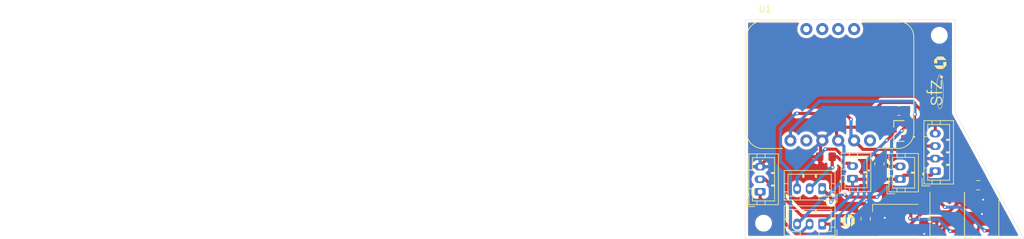
<source format=kicad_pcb>
(kicad_pcb (version 20240108) (generator "pcbnew") (generator_version "8.0")
  (layers (0 "F.Cu" signal) (31 "B.Cu" signal) (34 "B.Paste" user) (35 "F.Paste" user) (36 "B.SilkS" user "B.Silkscreen") (37 "F.SilkS" user "F.Silkscreen") (38 "B.Mask" user) (39 "F.Mask" user) (44 "Edge.Cuts" user))
  (net 0 "")
  (net 1 "+3.3V")
  (net 2 "GND")
  (net 3 "/SCL")
  (net 4 "/SDA")
  (net 5 "+5V")
  (net 6 "/SignalLEDin")
  (net 7 "Net-(D1-DOUT)")
  (net 8 "Net-(D2-DOUT)")
  (net 9 "/Mosfet1")
  (net 10 "/SignalLEDout")
  (net 11 "Net-(Knopf1-Pin_2)")
  (net 12 "Net-(Knopf2-Pin_2)")
  (footprint "Connector_JST:JST_PH_B4B-PH-K_1x04_P2.00mm_Vertical" (layer "F.Cu") (at 154.9 55.75 90)
    (property "Reference" "Tofout1" (hide yes))
    (property "Value" "Conn_01x04_Pin" (hide yes))
    (pad "1" thru_hole roundrect (at 0 0 90) (size 1.2 1.75) (drill 0.75) (layers "*.Cu" "*.Mask") (roundrect_rratio 0.208333) (net 1 "+3.3V"))
    (pad "2" thru_hole oval (at 2 0 90) (size 1.2 1.75) (drill 0.75) (layers "*.Cu" "*.Mask") (net 2 "GND"))
    (pad "3" thru_hole oval (at 4 0 90) (size 1.2 1.75) (drill 0.75) (layers "*.Cu" "*.Mask") (net 3 "/SCL"))
    (pad "4" thru_hole oval (at 6 0 90) (size 1.2 1.75) (drill 0.75) (layers "*.Cu" "*.Mask") (net 4 "/SDA"))
  )
  (footprint "Connector_JST:JST_PH_B2B-PH-K_1x02_P2.00mm_Vertical" (layer "F.Cu") (at 141.7 56.95 90)
    (property "Reference" "Knopf2" (hide yes))
    (property "Value" "Conn_01x02_Pin" (hide yes))
    (pad "1" thru_hole roundrect (at 0 0 90) (size 1.2 1.75) (drill 0.75) (layers "*.Cu" "*.Mask") (roundrect_rratio 0.208333) (net 1 "+3.3V"))
    (pad "2" thru_hole oval (at 2 0 90) (size 1.2 1.75) (drill 0.75) (layers "*.Cu" "*.Mask") (net 12 "Net-(Knopf2-Pin_2)"))
  )
  (footprint "LED_SMD:LED_WS2812B_PLCC4_5.0x5.0mm_P3.2mm" (layer "F.Cu") (at 156.8 62.75 -90)
    (property "Reference" "D2" (hide yes))
    (property "Value" "WS2812B" (hide yes))
    (pad "1" smd rect (at -2.45 -1.65 270) (size 1.5 0.9) (layers "F.Cu" "F.Paste" "F.Mask") (net 5 "+5V"))
    (pad "2" smd rect (at -2.45 1.65 270) (size 1.5 0.9) (layers "F.Cu" "F.Paste" "F.Mask") (net 8 "Net-(D2-DOUT)"))
    (pad "3" smd rect (at 2.45 1.65 270) (size 1.5 0.9) (layers "F.Cu" "F.Paste" "F.Mask") (net 2 "GND"))
    (pad "4" smd rect (at 2.45 -1.65 270) (size 1.5 0.9) (layers "F.Cu" "F.Paste" "F.Mask") (net 7 "Net-(D1-DOUT)"))
  )
  (footprint "LED_SMD:LED_WS2812B_PLCC4_5.0x5.0mm_P3.2mm" (layer "F.Cu") (at 148.55 63.8 180)
    (property "Reference" "D1" (hide yes))
    (property "Value" "WS2812B" (hide yes))
    (pad "1" smd rect (at -2.45 -1.65 180) (size 1.5 0.9) (layers "F.Cu" "F.Paste" "F.Mask") (net 5 "+5V"))
    (pad "2" smd rect (at -2.45 1.65 180) (size 1.5 0.9) (layers "F.Cu" "F.Paste" "F.Mask") (net 7 "Net-(D1-DOUT)"))
    (pad "3" smd rect (at 2.45 1.65 180) (size 1.5 0.9) (layers "F.Cu" "F.Paste" "F.Mask") (net 2 "GND"))
    (pad "4" smd rect (at 2.45 -1.65 180) (size 1.5 0.9) (layers "F.Cu" "F.Paste" "F.Mask") (net 6 "/SignalLEDin"))
  )
  (footprint "Connector_JST:JST_PH_B3B-PH-K_1x03_P2.00mm_Vertical" (layer "F.Cu") (at 126.95 59.05 90)
    (property "Reference" "LED1" (hide yes))
    (property "Value" "Conn_01x03_Pin" (hide yes))
    (pad "1" thru_hole roundrect (at 0 0 90) (size 1.2 1.75) (drill 0.75) (layers "*.Cu" "*.Mask") (roundrect_rratio 0.208333) (net 6 "/SignalLEDin"))
    (pad "2" thru_hole oval (at 2 0 90) (size 1.2 1.75) (drill 0.75) (layers "*.Cu" "*.Mask") (net 5 "+5V"))
    (pad "3" thru_hole oval (at 4 0 90) (size 1.2 1.75) (drill 0.75) (layers "*.Cu" "*.Mask") (net 2 "GND"))
  )
  (footprint "Capacitor_SMD:C_0805_2012Metric_Pad1.18x1.45mm_HandSolder" (layer "F.Cu") (at 161.75 58)
    (property "Reference" "C3" (hide yes))
    (property "Value" "C" (hide yes))
    (pad "1" smd roundrect (at -1.0375 0) (size 1.175 1.45) (layers "F.Cu" "F.Paste" "F.Mask") (roundrect_rratio 0.212766) (net 5 "+5V"))
    (pad "2" smd roundrect (at 1.0375 0) (size 1.175 1.45) (layers "F.Cu" "F.Paste" "F.Mask") (roundrect_rratio 0.212766) (net 2 "GND"))
  )
  (footprint "footprints:SOT-23_IRLML2244TRPBF_INF" (layer "F.Cu") (at 149.1079 49.3421 90)
    (property "Reference" "Q1" (hide yes))
    (property "Value" "PMOS" (hide yes))
    (pad "1" smd rect (at -0.9525 1.016 90) (size 0.5588 1.3208) (layers "F.Cu" "F.Paste" "F.Mask") (net 1 "+3.3V"))
    (pad "2" smd rect (at 0.9525 1.016 90) (size 0.5588 1.3208) (layers "F.Cu" "F.Paste" "F.Mask") (net 9 "/Mosfet1"))
    (pad "3" smd rect (at 0 -1.016 90) (size 0.5588 1.3208) (layers "F.Cu" "F.Paste" "F.Mask") (net 1 "+3.3V"))
  )
  (footprint "BNO055:MODULE_2472" (layer "F.Cu") (at 138.14 41.97)
    (property "Reference" "U1" (at -10.41 -12.045 0) (layer "F.SilkS"))
    (property "Value" "2472")
    (pad "1" thru_hole circle (at -6.35 8.89) (size 1.9304 1.9304) (drill 1) (layers "*.Cu" "*.Mask") (net 1 "+3.3V"))
    (pad "2" thru_hole circle (at -3.81 8.89) (size 1.9304 1.9304) (drill 1) (layers "*.Cu" "*.Mask"))
    (pad "3" thru_hole circle (at -1.27 8.89) (size 1.9304 1.9304) (drill 1) (layers "*.Cu" "*.Mask") (net 2 "GND"))
    (pad "4" thru_hole circle (at 1.27 8.89) (size 1.9304 1.9304) (drill 1) (layers "*.Cu" "*.Mask") (net 4 "/SDA"))
    (pad "5" thru_hole circle (at 3.81 8.89) (size 1.9304 1.9304) (drill 1) (layers "*.Cu" "*.Mask") (net 3 "/SCL"))
    (pad "6" thru_hole circle (at 6.35 8.89) (size 1.9304 1.9304) (drill 1) (layers "*.Cu" "*.Mask"))
    (pad "7" thru_hole circle (at 3.81 -8.89) (size 1.9304 1.9304) (drill 1) (layers "*.Cu" "*.Mask"))
    (pad "8" thru_hole circle (at 1.27 -8.89) (size 1.9304 1.9304) (drill 1) (layers "*.Cu" "*.Mask"))
    (pad "9" thru_hole circle (at -1.27 -8.89) (size 1.9304 1.9304) (drill 1) (layers "*.Cu" "*.Mask"))
    (pad "10" thru_hole circle (at -3.81 -8.89) (size 1.9304 1.9304) (drill 1) (layers "*.Cu" "*.Mask"))
  )
  (footprint "Connector_JST:JST_PH_B2B-PH-K_1x02_P2.00mm_Vertical" (layer "F.Cu") (at 149.3 57 90)
    (property "Reference" "Knopf1" (hide yes))
    (property "Value" "Conn_01x02_Pin" (hide yes))
    (pad "1" thru_hole roundrect (at 0 0 90) (size 1.2 1.75) (drill 0.75) (layers "*.Cu" "*.Mask") (roundrect_rratio 0.208333) (net 1 "+3.3V"))
    (pad "2" thru_hole oval (at 2 0 90) (size 1.2 1.75) (drill 0.75) (layers "*.Cu" "*.Mask") (net 11 "Net-(Knopf1-Pin_2)"))
  )
  (footprint "LOGOS:SFZLogo6" (layer "F.Cu") (at 155.08403 43.10586 90)
    (property "Reference" "G***" (hide yes))
    (property "Value" "LOGO" (hide yes))
  )
  (footprint "MountingHole:MountingHole_2.2mm_M2" (layer "F.Cu") (at 127.5 64.06)
    (property "Reference" "REF**" (hide yes))
    (property "Value" "MountingHole_2.2mm_M2" (hide yes))
    (pad "" np_thru_hole circle (at 0 0) (size 2.2 2.2) (drill 2.2) (layers "F&B.Cu" "*.Mask"))
  )
  (footprint "LOGOS:Offroad Logo 2" (layer "F.Cu") (at 141.05 63.65)
    (property "Reference" "G***" (hide yes))
    (property "Value" "LOGO" (hide yes))
  )
  (footprint "Connector_JST:JST_PH_B3B-PH-K_1x03_P2.00mm_Vertical" (layer "F.Cu") (at 136.85 64.2 180)
    (property "Reference" "BNOIn1" (hide yes))
    (property "Value" "Conn_01x03_Pin" (hide yes))
    (pad "1" thru_hole roundrect (at 0 0 180) (size 1.2 1.75) (drill 0.75) (layers "*.Cu" "*.Mask") (roundrect_rratio 0.208333) (net 1 "+3.3V"))
    (pad "2" thru_hole oval (at 2 0 180) (size 1.2 1.75) (drill 0.75) (layers "*.Cu" "*.Mask") (net 3 "/SCL"))
    (pad "3" thru_hole oval (at 4 0 180) (size 1.2 1.75) (drill 0.75) (layers "*.Cu" "*.Mask") (net 4 "/SDA"))
  )
  (footprint "LOGOS:Offroad Logo 2" (layer "F.Cu") (at 155.7 38.45 90)
    (property "Reference" "G***" (hide yes))
    (property "Value" "LOGO" (hide yes))
  )
  (footprint "Resistor_SMD:R_0805_2012Metric_Pad1.20x1.40mm_HandSolder" (layer "F.Cu") (at 149.1 46.1 180)
    (property "Reference" "R3" (hide yes))
    (property "Value" "R" (hide yes))
    (pad "1" smd roundrect (at -1 0 180) (size 1.2 1.4) (layers "F.Cu" "F.Paste" "F.Mask") (roundrect_rratio 0.208333) (net 9 "/Mosfet1"))
    (pad "2" smd roundrect (at 1 0 180) (size 1.2 1.4) (layers "F.Cu" "F.Paste" "F.Mask") (roundrect_rratio 0.208333) (net 1 "+3.3V"))
  )
  (footprint "Capacitor_SMD:C_0805_2012Metric_Pad1.18x1.45mm_HandSolder" (layer "F.Cu") (at 143.8 63.35 90)
    (property "Reference" "C1" (hide yes))
    (property "Value" "C")
    (pad "1" smd roundrect (at -1.0375 0 90) (size 1.175 1.45) (layers "F.Cu" "F.Paste" "F.Mask") (roundrect_rratio 0.212766) (net 5 "+5V"))
    (pad "2" smd roundrect (at 1.0375 0 90) (size 1.175 1.45) (layers "F.Cu" "F.Paste" "F.Mask") (roundrect_rratio 0.212766) (net 2 "GND"))
  )
  (footprint "Resistor_SMD:R_0805_2012Metric_Pad1.20x1.40mm_HandSolder" (layer "F.Cu") (at 137.45 53.45 180)
    (property "Reference" "R2" (hide yes))
    (property "Value" "R_Small" (hide yes))
    (pad "1" smd roundrect (at -1 0 180) (size 1.2 1.4) (layers "F.Cu" "F.Paste" "F.Mask") (roundrect_rratio 0.208333) (net 12 "Net-(Knopf2-Pin_2)"))
    (pad "2" smd roundrect (at 1 0 180) (size 1.2 1.4) (layers "F.Cu" "F.Paste" "F.Mask") (roundrect_rratio 0.208333) (net 2 "GND"))
  )
  (footprint "Connector_JST:JST_PH_B3B-PH-K_1x03_P2.00mm_Vertical" (layer "F.Cu") (at 136.85 58.55 180)
    (property "Reference" "Pins1" (hide yes))
    (property "Value" "Conn_01x03_Pin")
    (pad "1" thru_hole roundrect (at 0 0 180) (size 1.2 1.75) (drill 0.75) (layers "*.Cu" "*.Mask") (roundrect_rratio 0.208333) (net 9 "/Mosfet1"))
    (pad "2" thru_hole oval (at 2 0 180) (size 1.2 1.75) (drill 0.75) (layers "*.Cu" "*.Mask") (net 12 "Net-(Knopf2-Pin_2)"))
    (pad "3" thru_hole oval (at 4 0 180) (size 1.2 1.75) (drill 0.75) (layers "*.Cu" "*.Mask") (net 11 "Net-(Knopf1-Pin_2)"))
  )
  (footprint "LED_SMD:LED_WS2812B_PLCC4_5.0x5.0mm_P3.2mm" (layer "F.Cu") (at 162.3 62.75 -90)
    (property "Reference" "D3" (hide yes))
    (property "Value" "WS2812B" (hide yes))
    (pad "1" smd rect (at -2.45 -1.65 270) (size 1.5 0.9) (layers "F.Cu" "F.Paste" "F.Mask") (net 5 "+5V"))
    (pad "2" smd rect (at -2.45 1.65 270) (size 1.5 0.9) (layers "F.Cu" "F.Paste" "F.Mask") (net 10 "/SignalLEDout"))
    (pad "3" smd rect (at 2.45 1.65 270) (size 1.5 0.9) (layers "F.Cu" "F.Paste" "F.Mask") (net 2 "GND"))
    (pad "4" smd rect (at 2.45 -1.65 270) (size 1.5 0.9) (layers "F.Cu" "F.Paste" "F.Mask") (net 8 "Net-(D2-DOUT)"))
  )
  (footprint "MountingHole:MountingHole_2.2mm_M2" (layer "F.Cu") (at 155.55 34.08)
    (property "Reference" "REF**" (hide yes))
    (property "Value" "MountingHole_2.2mm_M2" (hide yes))
    (pad "" np_thru_hole circle (at 0 0) (size 2.2 2.2) (drill 2.2) (layers "F&B.Cu" "*.Mask"))
  )
  (footprint "Capacitor_SMD:C_0805_2012Metric_Pad1.18x1.45mm_HandSolder" (layer "F.Cu") (at 153.05 63.1875 -90)
    (property "Reference" "C2" (hide yes))
    (property "Value" "C")
    (pad "1" smd roundrect (at -1.0375 0 270) (size 1.175 1.45) (layers "F.Cu" "F.Paste" "F.Mask") (roundrect_rratio 0.212766) (net 5 "+5V"))
    (pad "2" smd roundrect (at 1.0375 0 270) (size 1.175 1.45) (layers "F.Cu" "F.Paste" "F.Mask") (roundrect_rratio 0.212766) (net 2 "GND"))
  )
  (footprint "Resistor_SMD:R_0805_2012Metric_Pad1.20x1.40mm_HandSolder" (layer "F.Cu") (at 146 54.6 -90)
    (property "Reference" "R1" (hide yes))
    (property "Value" "R_Small" (hide yes))
    (pad "1" smd roundrect (at -1 0 270) (size 1.2 1.4) (layers "F.Cu" "F.Paste" "F.Mask") (roundrect_rratio 0.208333) (net 11 "Net-(Knopf1-Pin_2)"))
    (pad "2" smd roundrect (at 1 0 270) (size 1.2 1.4) (layers "F.Cu" "F.Paste" "F.Mask") (roundrect_rratio 0.208333) (net 2 "GND"))
  )
  (gr_line (start 124.55 66.56) (end 124.55 31.56) (stroke (width 0.05)) (layer "Edge.Cuts"))
  (gr_line (start 158.05 66.56) (end 124.55 66.56) (stroke (width 0.05)) (layer "Edge.Cuts"))
  (gr_line (start 124.55 31.56) (end 158.05 31.56) (stroke (width 0.05)) (layer "Edge.Cuts"))
  (gr_line (start 158.05 66.56) (end 169.05 66.56) (stroke (width 0.05)) (layer "Edge.Cuts"))
  (gr_line (start 158.05 31.56) (end 158.05 46.43) (stroke (width 0.05)) (layer "Edge.Cuts"))
  (gr_line (start 158.05 46.43) (end 169.05 66.56) (stroke (width 0.05)) (layer "Edge.Cuts"))
  (segment (start 151.65 46.65) (end 151.6 46.7) (width 0.5) (layer "F.Cu") (net 1))
  (segment (start 141.8 57.05) (end 149.25 57.05) (width 0.5) (layer "F.Cu") (net 1))
  (segment (start 140.5 64.2) (end 140.55 64.15) (width 0.5) (layer "F.Cu") (net 1))
  (segment (start 136.85 64.2) (end 140.5 64.2) (width 0.5) (layer "F.Cu") (net 1))
  (segment (start 151.6 48.8185) (end 150.1239 50.2946) (width 0.5) (layer "F.Cu") (net 1))
  (segment (start 148.0919 49.9081) (end 147.15 50.85) (width 0.5) (layer "F.Cu") (net 1))
  (segment (start 141.7 56.95) (end 141.8 57.05) (width 0.5) (layer "F.Cu") (net 1))
  (segment (start 151.6 46.7) (end 151.6 48.8185) (width 0.5) (layer "F.Cu") (net 1))
  (segment (start 149.25 57.05) (end 149.9 56.4) (width 0.5) (layer "F.Cu") (net 1))
  (segment (start 148.1 46.1) (end 148.1 49.334) (width 0.5) (layer "F.Cu") (net 1))
  (segment (start 148.0919 49.3421) (end 148.0919 49.9081) (width 0.5) (layer "F.Cu") (net 1))
  (segment (start 149.9 56.4) (end 154.25 56.4) (width 0.5) (layer "F.Cu") (net 1))
  (segment (start 148.1 49.334) (end 148.0919 49.3421) (width 0.5) (layer "F.Cu") (net 1))
  (segment (start 154.25 56.4) (end 154.9 55.75) (width 0.5) (layer "F.Cu") (net 1))
  (via (at 147.15 50.85) (size 0.6) (drill 0.3) (layers "F.Cu" "B.Cu") (net 1))
  (via (at 140.55 64.15) (size 0.6) (drill 0.3) (layers "F.Cu" "B.Cu") (net 1))
  (via (at 151.65 46.65) (size 0.6) (drill 0.3) (layers "F.Cu" "B.Cu") (net 1))
  (segment (start 136.85 64.2) (end 141.7 59.35) (width 0.5) (layer "B.Cu") (net 1))
  (segment (start 140.55 63.039339) (end 143.55 60.039339) (width 0.5) (layer "B.Cu") (net 1))
  (segment (start 143.55 60.039339) (end 143.55 54.45) (width 0.5) (layer "B.Cu") (net 1))
  (segment (start 131.79 49.235) (end 136.425 44.6) (width 0.5) (layer "B.Cu") (net 1))
  (segment (start 140.55 64.15) (end 140.55 63.039339) (width 0.5) (layer "B.Cu") (net 1))
  (segment (start 131.79 50.86) (end 131.79 49.235) (width 0.5) (layer "B.Cu") (net 1))
  (segment (start 151.35 44.6) (end 151.65 44.9) (width 0.5) (layer "B.Cu") (net 1))
  (segment (start 136.425 44.6) (end 151.35 44.6) (width 0.5) (layer "B.Cu") (net 1))
  (segment (start 151.65 44.9) (end 151.65 46.65) (width 0.5) (layer "B.Cu") (net 1))
  (segment (start 143.55 54.45) (end 147.15 50.85) (width 0.5) (layer "B.Cu") (net 1))
  (segment (start 141.7 59.35) (end 141.7 56.95) (width 0.5) (layer "B.Cu") (net 1))
  (segment (start 136.87 50.86) (end 136.6 51.13) (width 0.5) (layer "F.Cu") (net 2))
  (segment (start 139.35 59.55) (end 139.35 56.2) (width 0.5) (layer "F.Cu") (net 2))
  (segment (start 136.45 53.45) (end 128.4 53.45) (width 0.5) (layer "F.Cu") (net 2))
  (segment (start 154.175 64.225) (end 155.15 65.2) (width 0.5) (layer "F.Cu") (net 2))
  (segment (start 136.45 54.160661) (end 136.45 53.45) (width 0.5) (layer "F.Cu") (net 2))
  (segment (start 160.65 64.3) (end 162.35 62.6) (width 0.5) (layer "F.Cu") (net 2))
  (segment (start 146 55.6) (end 144.35 55.6) (width 0.5) (layer "F.Cu") (net 2))
  (segment (start 145.9375 62.3125) (end 146.1 62.15) (width 0.5) (layer "F.Cu") (net 2))
  (segment (start 156.35 64) (end 159.45 64) (width 0.5) (layer "F.Cu") (net 2))
  (segment (start 155.15 65.2) (end 156.35 64) (width 0.5) (layer "F.Cu") (net 2))
  (segment (start 141.975 62.175) (end 139.35 59.55) (width 0.5) (layer "F.Cu") (net 2))
  (segment (start 143.95 60.7) (end 143.95 62.1625) (width 0.5) (layer "F.Cu") (net 2))
  (segment (start 143.95 62.1625) (end 143.8 62.3125) (width 0.5) (layer "F.Cu") (net 2))
  (segment (start 158.5375 53.75) (end 162.7875 58) (width 0.5) (layer "F.Cu") (net 2))
  (segment (start 143.8 62.3125) (end 145.9375 62.3125) (width 0.5) (layer "F.Cu") (net 2))
  (segment (start 136.6 51.13) (end 136.6 53.3) (width 0.5) (layer "F.Cu") (net 2))
  (segment (start 144.35 55.6) (end 144.3 55.65) (width 0.5) (layer "F.Cu") (net 2))
  (segment (start 153.05 64.225) (end 154.175 64.225) (width 0.5) (layer "F.Cu") (net 2))
  (segment (start 162.55 58.2375) (end 162.7875 58) (width 0.5) (layer "F.Cu") (net 2))
  (segment (start 143.8 62.3125) (end 143.6625 62.175) (width 0.5) (layer "F.Cu") (net 2))
  (segment (start 126.95 54.9) (end 126.95 55.05) (width 0.5) (layer "F.Cu") (net 2))
  (segment (start 146.85 63.2) (end 146.85 62.9) (width 0.5) (layer "F.Cu") (net 2))
  (segment (start 160.65 65.2) (end 160.65 64.3) (width 0.5) (layer "F.Cu") (net 2))
  (segment (start 159.45 64) (end 160.65 65.2) (width 0.5) (layer "F.Cu") (net 2))
  (segment (start 153.05 65.66) (end 153.15 65.76) (width 0.5) (layer "F.Cu") (net 2))
  (segment (start 136.6 53.3) (end 136.45 53.45) (width 0.5) (layer "F.Cu") (net 2))
  (segment (start 154.9 53.75) (end 158.5375 53.75) (width 0.5) (layer "F.Cu") (net 2))
  (segment (start 143.6625 62.175) (end 141.975 62.175) (width 0.5) (layer "F.Cu") (net 2))
  (segment (start 162.55 60.3) (end 162.55 58.2375) (width 0.5) (layer "F.Cu") (net 2))
  (segment (start 139.35 56.2) (end 138.489339 56.2) (width 0.5) (layer "F.Cu") (net 2))
  (segment (start 146.85 62.9) (end 146.1 62.15) (width 0.5) (layer "F.Cu") (net 2))
  (segment (start 153.05 64.225) (end 153.05 65.66) (width 0.5) (layer "F.Cu") (net 2))
  (segment (start 138.489339 56.2) (end 136.45 54.160661) (width 0.5) (layer "F.Cu") (net 2))
  (segment (start 128.4 53.45) (end 126.95 54.9) (width 0.5) (layer "F.Cu") (net 2))
  (via (at 143.95 60.7) (size 0.6) (drill 0.3) (layers "F.Cu" "B.Cu") (net 2))
  (via (at 153.15 65.76) (size 0.6) (drill 0.3) (layers "F.Cu" "B.Cu") (net 2))
  (via (at 162.55 60.3) (size 0.6) (drill 0.3) (layers "F.Cu" "B.Cu") (net 2))
  (via (at 144.3 55.65) (size 0.6) (drill 0.3) (layers "F.Cu" "B.Cu") (net 2))
  (via (at 146.85 63.2) (size 0.6) (drill 0.3) (layers "F.Cu" "B.Cu") (net 2))
  (via (at 162.35 62.6) (size 0.6) (drill 0.3) (layers "F.Cu" "B.Cu") (net 2))
  (segment (start 149.15 65.5) (end 146.85 63.2) (width 0.5) (layer "B.Cu") (net 2))
  (segment (start 136.6 51) (end 137.645 51) (width 0.5) (layer "B.Cu") (net 2))
  (segment (start 153.15 65.76) (end 152.89 65.5) (width 0.5) (layer "B.Cu") (net 2))
  (segment (start 162.35 60.5) (end 162.55 60.3) (width 0.5) (layer "B.Cu") (net 2))
  (segment (start 144.3 60.35) (end 143.95 60.7) (width 0.5) (layer "B.Cu") (net 2))
  (segment (start 152.89 65.5) (end 149.15 65.5) (width 0.5) (layer "B.Cu") (net 2))
  (segment (start 162.35 62.6) (end 162.35 60.5) (width 0.5) (layer "B.Cu") (net 2))
  (segment (start 144.3 55.65) (end 144.3 60.35) (width 0.5) (layer "B.Cu") (net 2))
  (segment (start 154.9 51.75) (end 152.95 51.75) (width 0.5) (layer "F.Cu") (net 3))
  (segment (start 143.3652 52.2752) (end 141.95 50.86) (width 0.5) (layer "F.Cu") (net 3))
  (segment (start 140.5 46.55) (end 141.45 47.5) (width 0.5) (layer "F.Cu") (net 3))
  (segment (start 152.4248 52.2752) (end 143.3652 52.2752) (width 0.5) (layer "F.Cu") (net 3))
  (segment (start 132.85 46.55) (end 140.5 46.55) (width 0.5) (layer "F.Cu") (net 3))
  (segment (start 152.95 51.75) (end 152.4248 52.2752) (width 0.5) (layer "F.Cu") (net 3))
  (via (at 132.85 46.55) (size 0.6) (drill 0.3) (layers "F.Cu" "B.Cu") (net 3))
  (via (at 141.45 47.5) (size 0.6) (drill 0.3) (layers "F.Cu" "B.Cu") (net 3))
  (segment (start 141.45 50.36) (end 141.95 50.86) (width 0.5) (layer "B.Cu") (net 3))
  (segment (start 132.05 47.1) (end 132.6 46.55) (width 0.5) (layer "B.Cu") (net 3))
  (segment (start 131.8 55.8) (end 130.2 54.2) (width 0.5) (layer "B.Cu") (net 3))
  (segment (start 133.525 65.525) (end 132.415076 65.525) (width 0.5) (layer "B.Cu") (net 3))
  (segment (start 141.45 47.5) (end 141.45 50.36) (width 0.5) (layer "B.Cu") (net 3))
  (segment (start 134.85 64.2) (end 133.525 65.525) (width 0.5) (layer "B.Cu") (net 3))
  (segment (start 130.2 54.2) (end 130.2 48.95) (width 0.5) (layer "B.Cu") (net 3))
  (segment (start 131.8 64.909924) (end 131.8 55.8) (width 0.5) (layer "B.Cu") (net 3))
  (segment (start 132.6 46.55) (end 132.85 46.55) (width 0.5) (layer "B.Cu") (net 3))
  (segment (start 130.2 48.95) (end 132.05 47.1) (width 0.5) (layer "B.Cu") (net 3))
  (segment (start 132.415076 65.525) (end 131.8 64.909924) (width 0.5) (layer "B.Cu") (net 3))
  (segment (start 146.385 44.8) (end 142.435 48.75) (width 0.5) (layer "F.Cu") (net 4))
  (segment (start 142.435 48.75) (end 139.15 48.75) (width 0.5) (layer "F.Cu") (net 4))
  (segment (start 154.9 48.3) (end 151.4 44.8) (width 0.5) (layer "F.Cu") (net 4))
  (segment (start 139.15 50.6) (end 139.41 50.86) (width 0.5) (layer "F.Cu") (net 4))
  (segment (start 154.9 49.75) (end 154.9 48.3) (width 0.5) (layer "F.Cu") (net 4))
  (segment (start 151.4 44.8) (end 146.385 44.8) (width 0.5) (layer "F.Cu") (net 4))
  (segment (start 139.15 48.75) (end 139.15 50.6) (width 0.5) (layer "F.Cu") (net 4))
  (segment (start 137.496878 59.875) (end 140.325 57.046878) (width 0.5) (layer "B.Cu") (net 4))
  (segment (start 132.85 64.2) (end 137.175 59.875) (width 0.5) (layer "B.Cu") (net 4))
  (segment (start 140.325 51.775) (end 139.41 50.86) (width 0.5) (layer "B.Cu") (net 4))
  (segment (start 137.175 59.875) (end 137.496878 59.875) (width 0.5) (layer "B.Cu") (net 4))
  (segment (start 140.325 57.046878) (end 140.325 51.775) (width 0.5) (layer "B.Cu") (net 4))
  (segment (start 160.7125 58) (end 160.7125 58.0375) (width 0.5) (layer "F.Cu") (net 5))
  (segment (start 142.2875 62.875) (end 143.8 64.3875) (width 0.5) (layer "F.Cu") (net 5))
  (segment (start 157.1 62.25) (end 153.15 62.25) (width 0.5) (layer "F.Cu") (net 5))
  (segment (start 127.75 57.05) (end 133.575 62.875) (width 0.5) (layer "F.Cu") (net 5))
  (segment (start 160.7125 58.0375) (end 158.45 60.3) (width 0.5) (layer "F.Cu") (net 5))
  (segment (start 158.45 60.9) (end 157.1 62.25) (width 0.5) (layer "F.Cu") (net 5))
  (segment (start 153.15 62.25) (end 153.05 62.15) (width 0.5) (layer "F.Cu") (net 5))
  (segment (start 143.8 64.3875) (end 149.9375 64.3875) (width 0.5) (layer "F.Cu") (net 5))
  (segment (start 158.45 60.3) (end 159.65 61.5) (width 0.5) (layer "F.Cu") (net 5))
  (segment (start 151 64.2) (end 153.05 62.15) (width 0.5) (layer "F.Cu") (net 5))
  (segment (start 162.75 61.5) (end 163.95 60.3) (width 0.5) (layer "F.Cu") (net 5))
  (segment (start 158.45 60.3) (end 158.45 60.9) (width 0.5) (layer "F.Cu") (net 5))
  (segment (start 151 65.45) (end 151 64.2) (width 0.5) (layer "F.Cu") (net 5))
  (segment (start 126.95 57.05) (end 127.75 57.05) (width 0.5) (layer "F.Cu") (net 5))
  (segment (start 159.65 61.5) (end 162.75 61.5) (width 0.5) (layer "F.Cu") (net 5))
  (segment (start 149.9375 64.3875) (end 151 65.45) (width 0.5) (layer "F.Cu") (net 5))
  (segment (start 133.575 62.875) (end 142.2875 62.875) (width 0.5) (layer "F.Cu") (net 5))
  (segment (start 126.95 59.05) (end 126.95 60.059924) (width 0.5) (layer "F.Cu") (net 6))
  (segment (start 145.74 65.81) (end 146.1 65.45) (width 0.5) (layer "F.Cu") (net 6))
  (segment (start 126.95 60.059924) (end 132.700076 65.81) (width 0.5) (layer "F.Cu") (net 6))
  (segment (start 132.700076 65.81) (end 145.74 65.81) (width 0.5) (layer "F.Cu") (net 6))
  (segment (start 157.3 65.35) (end 158.3 65.35) (width 0.5) (layer "F.Cu") (net 7))
  (segment (start 158.3 65.35) (end 158.45 65.2) (width 0.5) (layer "F.Cu") (net 7))
  (segment (start 151 63.139338) (end 151 62.15) (width 0.5) (layer "F.Cu") (net 7))
  (segment (start 150.869669 63.269669) (end 151 63.139338) (width 0.5) (layer "F.Cu") (net 7))
  (via (at 157.3 65.35) (size 0.6) (drill 0.3) (layers "F.Cu" "B.Cu") (net 7))
  (via (at 150.869669 63.269669) (size 0.6) (drill 0.3) (layers "F.Cu" "B.Cu") (net 7))
  (segment (start 151.05 63.45) (end 155.4 63.45) (width 0.5) (layer "B.Cu") (net 7))
  (segment (start 150.869669 63.269669) (end 151.05 63.45) (width 0.5) (layer "B.Cu") (net 7))
  (segment (start 155.4 63.45) (end 157.3 65.35) (width 0.5) (layer "B.Cu") (net 7))
  (segment (start 155.15 60.3) (end 155.25 60.3) (width 0.5) (layer "F.Cu") (net 8))
  (segment (start 163.9 65.25) (end 163.95 65.2) (width 0.5) (layer "F.Cu") (net 8))
  (segment (start 155.25 60.3) (end 156.45 61.5) (width 0.5) (layer "F.Cu") (net 8))
  (segment (start 162.75 65.25) (end 163.9 65.25) (width 0.5) (layer "F.Cu") (net 8))
  (via (at 162.75 65.25) (size 0.6) (drill 0.3) (layers "F.Cu" "B.Cu") (net 8))
  (via (at 156.45 61.5) (size 0.6) (drill 0.3) (layers "F.Cu" "B.Cu") (net 8))
  (segment (start 156.45 61.5) (end 159 61.5) (width 0.5) (layer "B.Cu") (net 8))
  (segment (start 159 61.5) (end 162.75 65.25) (width 0.5) (layer "B.Cu") (net 8))
  (segment (start 138.25 60.65) (end 138.25 59.95) (width 0.5) (layer "F.Cu") (net 9))
  (segment (start 150.1239 48.7261) (end 149.55 49.3) (width 0.5) (layer "F.Cu") (net 9))
  (segment (start 150.1 46.1) (end 150.1 48.3657) (width 0.5) (layer "F.Cu") (net 9))
  (segment (start 150.1239 48.3896) (end 150.1239 48.7261) (width 0.5) (layer "F.Cu") (net 9))
  (segment (start 150.1 48.3657) (end 150.1239 48.3896) (width 0.5) (layer "F.Cu") (net 9))
  (segment (start 145.6 59.9) (end 140.85 59.9) (width 0.5) (layer "F.Cu") (net 9))
  (segment (start 138.25 59.95) (end 136.85 58.55) (width 0.5) (layer "F.Cu") (net 9))
  (segment (start 140.85 59.9) (end 140.45 59.5) (width 0.5) (layer "F.Cu") (net 9))
  (via (at 149.55 49.3) (size 0.6) (drill 0.3) (layers "F.Cu" "B.Cu") (net 9))
  (via (at 145.6 59.9) (size 0.6) (drill 0.3) (layers "F.Cu" "B.Cu") (net 9))
  (via (at 138.25 60.65) (size 0.6) (drill 0.3) (layers "F.Cu" "B.Cu") (net 9))
  (via (at 140.45 59.5) (size 0.6) (drill 0.3) (layers "F.Cu" "B.Cu") (net 9))
  (segment (start 147.925 57.575) (end 145.6 59.9) (width 0.5) (layer "B.Cu") (net 9))
  (segment (start 147.925 50.925) (end 147.925 57.575) (width 0.5) (layer "B.Cu") (net 9))
  (segment (start 149.55 49.3) (end 147.925 50.925) (width 0.5) (layer "B.Cu") (net 9))
  (segment (start 140.45 59.5) (end 139.4 59.5) (width 0.5) (layer "B.Cu") (net 9))
  (segment (start 139.4 59.5) (end 138.25 60.65) (width 0.5) (layer "B.Cu") (net 9))
  (segment (start 145.2 53.05) (end 139.83995 53.05) (width 0.5) (layer "F.Cu") (net 11))
  (segment (start 145.75 53.6) (end 145.2 53.05) (width 0.5) (layer "F.Cu") (net 11))
  (segment (start 139.5 52.703122) (end 139.046878 52.25) (width 0.5) (layer "F.Cu") (net 11))
  (segment (start 139.83995 53.05) (end 139.5 52.71005) (width 0.5) (layer "F.Cu") (net 11))
  (segment (start 146 53.6) (end 145.75 53.6) (width 0.5) (layer "F.Cu") (net 11))
  (segment (start 149.3 55) (end 147.4 55) (width 0.5) (layer "F.Cu") (net 11))
  (segment (start 139.5 52.71005) (end 139.5 52.703122) (width 0.5) (layer "F.Cu") (net 11))
  (segment (start 147.4 55) (end 146 53.6) (width 0.5) (layer "F.Cu") (net 11))
  (segment (start 139.046878 52.25) (end 137.35 52.25) (width 0.5) (layer "F.Cu") (net 11))
  (via (at 137.35 52.25) (size 0.6) (drill 0.3) (layers "F.Cu" "B.Cu") (net 11))
  (segment (start 132.85 56.75) (end 132.85 58.55) (width 0.5) (layer "B.Cu") (net 11))
  (segment (start 137.35 52.25) (end 132.85 56.75) (width 0.5) (layer "B.Cu") (net 11))
  (segment (start 138.45 55.1) (end 138.5 55.15) (width 0.5) (layer "F.Cu") (net 12))
  (segment (start 139.25 53.45) (end 140.3 54.5) (width 0.5) (layer "F.Cu") (net 12))
  (segment (start 138.45 53.45) (end 138.45 55.1) (width 0.5) (layer "F.Cu") (net 12))
  (segment (start 138.45 53.45) (end 139.25 53.45) (width 0.5) (layer "F.Cu") (net 12))
  (segment (start 140.3 54.5) (end 141.25 54.5) (width 0.5) (layer "F.Cu") (net 12))
  (segment (start 141.25 54.5) (end 141.7 54.95) (width 0.5) (layer "F.Cu") (net 12))
  (via (at 138.5 55.15) (size 0.6) (drill 0.3) (layers "F.Cu" "B.Cu") (net 12))
  (segment (start 138.1 55.3) (end 134.85 58.55) (width 0.5) (layer "B.Cu") (net 12))
  (segment (start 138.35 55.3) (end 138.1 55.3) (width 0.5) (layer "B.Cu") (net 12))
  (segment (start 138.5 55.15) (end 138.35 55.3) (width 0.5) (layer "B.Cu") (net 12))
  (zone (net 2) (net_name "GND") (layers "F&B.Cu") (connect_pads (clearance 0.5)) (min_thickness 0.25) (fill yes (thermal_gap 0.5) (thermal_bridge_width 0.5))
    (polygon (pts (xy 158.04 31.56) (xy 124.54 31.57) (xy 124.55 66.56) (xy 169.05 66.56) (xy 158.05 46.42)))
  )
)
</source>
